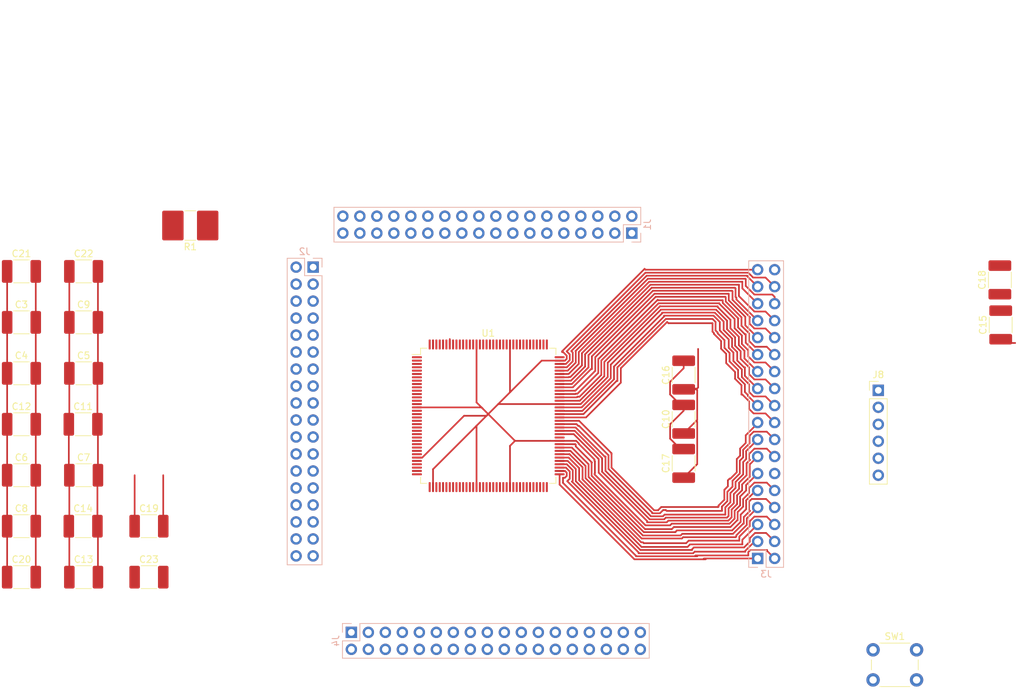
<source format=kicad_pcb>
(kicad_pcb (version 20221018) (generator pcbnew)
  (layers (0 "F.Cu" signal) (31 "B.Cu" signal) (34 "B.Paste" user) (35 "F.Paste" user) (36 "B.SilkS" user "B.Silkscreen") (37 "F.SilkS" user "F.Silkscreen") (38 "B.Mask" user) (39 "F.Mask" user) (44 "Edge.Cuts" user))
  (net 0 "")
  (net 1 "Net-(U1-BOOT0)")
  (net 2 "BOOT0")
  (net 3 "PE2")
  (net 4 "PE3")
  (net 5 "PE4")
  (net 6 "PE5")
  (net 7 "PE6")
  (net 8 "VBAT")
  (net 9 "PC13")
  (net 10 "PC14")
  (net 11 "PC15")
  (net 12 "PF0")
  (net 13 "PF1")
  (net 14 "PF2")
  (net 15 "PF3")
  (net 16 "PF4")
  (net 17 "PF5")
  (net 18 "VSS")
  (net 19 "Net-(J8-VDD_TARGET)")
  (net 20 "PF6")
  (net 21 "PF7")
  (net 22 "PF8")
  (net 23 "PF9")
  (net 24 "PF10")
  (net 25 "PH0")
  (net 26 "PH1")
  (net 27 "NRST")
  (net 28 "PC0")
  (net 29 "PC1")
  (net 30 "PC2")
  (net 31 "PC3")
  (net 32 "VREF+")
  (net 33 "VDDA")
  (net 34 "PA0")
  (net 35 "PA1")
  (net 36 "PA2")
  (net 37 "PA3")
  (net 38 "PA4")
  (net 39 "PA5")
  (net 40 "PA6")
  (net 41 "PA7")
  (net 42 "PC4")
  (net 43 "PC5")
  (net 44 "PB0")
  (net 45 "PB1")
  (net 46 "PB2")
  (net 47 "PF11")
  (net 48 "PF12")
  (net 49 "PF13")
  (net 50 "PF14")
  (net 51 "PF15")
  (net 52 "PG0")
  (net 53 "PG1")
  (net 54 "PE7")
  (net 55 "PE8")
  (net 56 "PE9")
  (net 57 "PE10")
  (net 58 "PE11")
  (net 59 "PE12")
  (net 60 "PE13")
  (net 61 "PE14")
  (net 62 "PE15")
  (net 63 "PB10")
  (net 64 "PB11")
  (net 65 "VCAP_1")
  (net 66 "PB12")
  (net 67 "PB13")
  (net 68 "PB14")
  (net 69 "PB15")
  (net 70 "PD8")
  (net 71 "PD9")
  (net 72 "PD10")
  (net 73 "PD11")
  (net 74 "PD12")
  (net 75 "PD13")
  (net 76 "PD14")
  (net 77 "PD15")
  (net 78 "PG2")
  (net 79 "PG3")
  (net 80 "PG4")
  (net 81 "PG5")
  (net 82 "PG6")
  (net 83 "PG7")
  (net 84 "PG8")
  (net 85 "VDDUSB")
  (net 86 "PC6")
  (net 87 "PC7")
  (net 88 "PC8")
  (net 89 "PC9")
  (net 90 "PA8")
  (net 91 "PA9")
  (net 92 "PA10")
  (net 93 "PA11")
  (net 94 "PA12")
  (net 95 "PA13")
  (net 96 "VCAP_2")
  (net 97 "PA14")
  (net 98 "PA15")
  (net 99 "PC10")
  (net 100 "PC11")
  (net 101 "PC12")
  (net 102 "PD0")
  (net 103 "PD1")
  (net 104 "PD2")
  (net 105 "PD3")
  (net 106 "PD4")
  (net 107 "PD5")
  (net 108 "VDDSDMMC")
  (net 109 "PD6")
  (net 110 "PD7")
  (net 111 "PG9")
  (net 112 "PG10")
  (net 113 "PG11")
  (net 114 "PG12")
  (net 115 "PG13")
  (net 116 "PG14")
  (net 117 "PG15")
  (net 118 "PB3")
  (net 119 "PB4")
  (net 120 "PB5")
  (net 121 "PB6")
  (net 122 "PB7")
  (net 123 "PB8")
  (net 124 "PB9")
  (net 125 "PE0")
  (net 126 "PE1")
  (net 127 "PDR_ON")
  (net 128 "VDD")
  (footprint "Capacitor_SMD:C_1812_4532Metric_Pad1.57x3.40mm_HandSolder" (layer "F.Cu") (at 122.7875 57.15)
    (fp_text reference "C21")
    (fp_text value "100nF")
  )
  (footprint "Capacitor_SMD:C_1812_4532Metric_Pad1.57x3.40mm_HandSolder" (layer "F.Cu") (at 221.7385 72.6475 90)
    (fp_text reference "C16")
    (fp_text value "100nF")
  )
  (footprint "Capacitor_SMD:C_1812_4532Metric_Pad1.57x3.40mm_HandSolder" (layer "F.Cu") (at 141.8375 95.25)
    (fp_text reference "C19")
    (fp_text value "100nF")
  )
  (footprint "Capacitor_SMD:C_1812_4532Metric_Pad1.57x3.40mm_HandSolder" (layer "F.Cu") (at 132.08 64.77)
    (fp_text reference "C9")
    (fp_text value "100nF")
  )
  (footprint "Capacitor_SMD:C_1812_4532Metric_Pad1.57x3.40mm_HandSolder" (layer "F.Cu") (at 122.7875 72.39)
    (fp_text reference "C4")
    (fp_text value "100nF")
  )
  (footprint "Resistor_SMD:R_2816_7142Metric_Pad3.20x4.45mm_HandSolder" (layer "F.Cu") (at 148.015 50.292 180)
    (fp_text reference "R1")
    (fp_text value "10k")
  )
  (footprint "Capacitor_SMD:C_1812_4532Metric_Pad1.57x3.40mm_HandSolder" (layer "F.Cu") (at 132.0025 80.01)
    (fp_text reference "C11")
    (fp_text value "100nF")
  )
  (footprint "Capacitor_SMD:C_1812_4532Metric_Pad1.57x3.40mm_HandSolder" (layer "F.Cu") (at 122.7875 80.01)
    (fp_text reference "C12")
    (fp_text value "100nF")
  )
  (footprint "Capacitor_SMD:C_1812_4532Metric_Pad1.57x3.40mm_HandSolder" (layer "F.Cu") (at 132.0025 95.25)
    (fp_text reference "C14")
    (fp_text value "100nF")
  )
  (footprint "Capacitor_SMD:C_1812_4532Metric_Pad1.57x3.40mm_HandSolder" (layer "F.Cu") (at 141.8375 102.87)
    (fp_text reference "C23")
    (fp_text value "0.1uF")
  )
  (footprint "Capacitor_SMD:C_1812_4532Metric_Pad1.57x3.40mm_HandSolder" (layer "F.Cu") (at 122.7875 102.87)
    (fp_text reference "C20")
    (fp_text value "100nF")
  )
  (footprint "Connector_PinHeader_2.54mm:PinHeader_1x06_P2.54mm_Vertical" (layer "F.Cu") (at 250.825 74.93)
    (fp_text reference "J8")
    (fp_text value "Programmer_Conn")
  )
  (footprint "Capacitor_SMD:C_1812_4532Metric_Pad1.57x3.40mm_HandSolder" (layer "F.Cu") (at 122.7875 87.63)
    (fp_text reference "C6")
    (fp_text value "100nF")
  )
  (footprint "Capacitor_SMD:C_1812_4532Metric_Pad1.57x3.40mm_HandSolder" (layer "F.Cu") (at 268.986 58.4255 90)
    (fp_text reference "C18")
    (fp_text value "100nF")
  )
  (footprint "Capacitor_SMD:C_1812_4532Metric_Pad1.57x3.40mm_HandSolder" (layer "F.Cu") (at 132.08 87.63)
    (fp_text reference "C7")
    (fp_text value "100nF")
  )
  (footprint "Capacitor_SMD:C_1812_4532Metric_Pad1.57x3.40mm_HandSolder" (layer "F.Cu") (at 132.08 72.39)
    (fp_text reference "C5")
    (fp_text value "100nF")
  )
  (footprint "Capacitor_SMD:C_1812_4532Metric_Pad1.57x3.40mm_HandSolder" (layer "F.Cu") (at 269.113 65.1565 90)
    (fp_text reference "C15")
    (fp_text value "100nF")
  )
  (footprint "Capacitor_SMD:C_1812_4532Metric_Pad1.57x3.40mm_HandSolder" (layer "F.Cu") (at 122.7875 95.25)
    (fp_text reference "C8")
    (fp_text value "100nF")
  )
  (footprint "Capacitor_SMD:C_1812_4532Metric_Pad1.57x3.40mm_HandSolder" (layer "F.Cu") (at 132.08 102.87)
    (fp_text reference "C13")
    (fp_text value "4.7uF")
  )
  (footprint "Capacitor_SMD:C_1812_4532Metric_Pad1.57x3.40mm_HandSolder" (layer "F.Cu") (at 122.7875 64.77)
    (fp_text reference "C3")
    (fp_text value "100nF")
  )
  (footprint "Button_Switch_THT:SW_PUSH_6mm" (layer "F.Cu") (at 250.04 113.737)
    (fp_text reference "SW1")
    (fp_text value "RESET_SW")
  )
  (footprint "Package_QFP:LQFP-144_20x20mm_P0.5mm" (layer "F.Cu") (at 192.5375 78.74)
    (fp_text reference "U1")
    (fp_text value "STM32F767ZITx")
  )
  (footprint "Capacitor_SMD:C_1812_4532Metric_Pad1.57x3.40mm_HandSolder" (layer "F.Cu") (at 221.7385 79.2515 90)
    (fp_text reference "C10")
    (fp_text value "100nF")
  )
  (footprint "Capacitor_SMD:C_1812_4532Metric_Pad1.57x3.40mm_HandSolder" (layer "F.Cu") (at 221.7385 85.8555 90)
    (fp_text reference "C17")
    (fp_text value "100nF")
  )
  (footprint "Capacitor_SMD:C_1812_4532Metric_Pad1.57x3.40mm_HandSolder" (layer "F.Cu") (at 132.08 57.15)
    (fp_text reference "C22")
    (fp_text value "100nF")
  )
  (footprint "Connector_PinHeader_2.54mm:PinHeader_2x18_P2.54mm_Vertical" (layer "B.Cu") (at 232.791 100.076)
    (fp_text reference "J3")
    (fp_text value "Conn_02x18_Odd_Even")
  )
  (footprint "Connector_PinHeader_2.54mm:PinHeader_2x18_P2.54mm_Vertical" (layer "B.Cu") (at 172.085 111.125 -90)
    (fp_text reference "J4")
    (fp_text value "Conn_02x18_Odd_Even")
  )
  (footprint "Connector_PinHeader_2.54mm:PinHeader_2x18_P2.54mm_Vertical" (layer "B.Cu") (at 166.37 56.515 180)
    (fp_text reference "J2")
    (fp_text value "Conn_02x18_Odd_Even")
  )
  (footprint "Connector_PinHeader_2.54mm:PinHeader_2x18_P2.54mm_Vertical" (layer "B.Cu") (at 213.995 51.435 90)
    (fp_text reference "J1")
    (fp_text value "Conn_02x18_Odd_Even")
  )
  (segment (start 186.7875 67.274315) (end 186.7875 68.0775) (width 0.25) (layer "F.Cu") (net 1))
  (segment (start 230.249604 70.230999) (end 230.249604 69.089396) (width 0.25) (layer "F.Cu") (net 18))
  (segment (start 226.566604 62.865) (end 218.34198 62.865) (width 0.25) (layer "F.Cu") (net 18))
  (segment (start 195.7875 68.0775) (end 195.7875 75.1375) (width 0.25) (layer "F.Cu") (net 18))
  (segment (start 228.218302 64.516698) (end 226.566604 62.865) (width 0.25) (layer "F.Cu") (net 18))
  (segment (start 230.171 92.142604) (end 230.171 90.814604) (width 0.25) (layer "F.Cu") (net 18))
  (segment (start 229.350302 92.963302) (end 230.171 92.142604) (width 0.25) (layer "F.Cu") (net 18))
  (segment (start 210.38999 72.949802) (end 206.377792 76.962) (width 0.25) (layer "F.Cu") (net 18))
  (segment (start 195.834 75.184) (end 194.028 76.99) (width 0.25) (layer "F.Cu") (net 18))
  (segment (start 203.2 82.49) (end 201.803 82.49) (width 0.25) (layer "F.Cu") (net 18))
  (segment (start 203.2 76.99) (end 194.028 76.99) (width 0.25) (layer "F.Cu") (net 18))
  (segment (start 206.375 76.962) (end 206.347 76.99) (width 0.25) (layer "F.Cu") (net 18))
  (segment (start 221.7385 87.993) (end 223.63275 86.09875) (width 0.25) (layer "F.Cu") (net 18))
  (segment (start 191.7065 77.6605) (end 192.532 78.486) (width 0.25) (layer "F.Cu") (net 18))
  (segment (start 223.63275 79.49475) (end 223.7635 79.364) (width 0.25) (layer "F.Cu") (net 18))
  (segment (start 231.520303 71.501698) (end 230.249604 70.230999) (width 0.25) (layer "F.Cu") (net 18))
  (segment (start 232.791 56.896) (end 216.027 56.896) (width 0.25) (layer "F.Cu") (net 18))
  (segment (start 215.9 56.769) (end 203.581 69.088) (width 0.25) (layer "F.Cu") (net 18))
  (segment (start 219.964 94.869) (end 228.598604 94.869) (width 0.25) (layer "F.Cu") (net 18))
  (segment (start 206.063 82.871604) (end 206.063 82.931) (width 0.25) (layer "F.Cu") (net 18))
  (segment (start 203.728185 69.215) (end 204.2625 69.749315) (width 0.25) (layer "F.Cu") (net 18))
  (segment (start 204.2625 69.749315) (end 204.2625 70.230685) (width 0.25) (layer "F.Cu") (net 18))
  (segment (start 223.7635 79.6255) (end 223.7635 85.968) (width 0.25) (layer "F.Cu") (net 18))
  (segment (start 129.865 80.01) (end 129.865 87.5525) (width 0.25) (layer "F.Cu") (net 18))
  (segment (start 208.429 87.376) (end 208.429 87.513832) (width 0.25) (layer "F.Cu") (net 18))
  (segment (start 129.9425 64.77) (end 129.9425 72.39) (width 0.25) (layer "F.Cu") (net 18))
  (segment (start 219.71 95.123) (end 219.964 94.869) (width 0.25) (layer "F.Cu") (net 18))
  (segment (start 231.069604 89.097396) (end 232.791 87.376) (width 0.25) (layer "F.Cu") (net 18))
  (segment (start 205.681396 82.49) (end 206.063 82.871604) (width 0.25) (layer "F.Cu") (net 18))
  (segment (start 184.2875 89.4025) (end 184.2875 86.7305) (width 0.25) (layer "F.Cu") (net 18))
  (segment (start 120.65 64.77) (end 120.65 72.39) (width 0.25) (layer "F.Cu") (net 18))
  (segment (start 129.9425 57.15) (end 129.9425 64.77) (width 0.25) (layer "F.Cu") (net 18))
  (segment (start 201.803 82.49) (end 196.536 82.49) (width 0.25) (layer "F.Cu") (net 18))
  (segment (start 196.536 82.49) (end 195.7875 83.2385) (width 0.25) (layer "F.Cu") (net 18))
  (segment (start 221.7385 74.785) (end 222.225 74.785) (width 0.25) (layer "F.Cu") (net 18))
  (segment (start 208.407 85.471) (end 208.476 85.54) (width 0.25) (layer "F.Cu") (net 18))
  (segment (start 204.2625 70.230685) (end 204.003185 70.49) (width 0.25) (layer "F.Cu") (net 18))
  (segment (start 223.63275 79.49475) (end 223.7635 79.6255) (width 0.25) (layer "F.Cu") (net 18))
  (segment (start 195.7875 83.2385) (end 195.7875 89.4025) (width 0.25) (layer "F.Cu") (net 18))
  (segment (start 208.429 87.513832) (end 216.038168 95.123) (width 0.25) (layer "F.Cu") (net 18))
  (segment (start 195.7875 75.1375) (end 195.834 75.184) (width 0.25) (layer "F.Cu") (net 18))
  (segment (start 120.65 80.01) (end 120.65 87.63) (width 0.25) (layer "F.Cu") (net 18))
  (segment (start 222.3305 74.6795) (end 223.7705 74.6795) (width 0.25) (layer "F.Cu") (net 18))
  (segment (start 231.069604 89.916) (end 231.069604 89.097396) (width 0.25) (layer "F.Cu") (net 18))
  (segment (start 129.9425 72.39) (end 129.9425 79.9325) (width 0.25) (layer "F.Cu") (net 18))
  (segment (start 182.678185 84.99) (end 188.928185 78.74) (width 0.25) (layer "F.Cu") (net 18))
  (segment (start 188.928185 78.74) (end 192.278 78.74) (width 0.25) (layer "F.Cu") (net 18))
  (segment (start 203.581 69.215) (end 203.728185 69.215) (width 0.25) (layer "F.Cu") (net 18))
  (segment (start 216.027 56.896) (end 215.9 56.769) (width 0.25) (layer "F.Cu") (net 18))
  (segment (start 120.65 87.63) (end 120.65 95.25) (width 0.25) (layer "F.Cu") (net 18))
  (segment (start 223.8975 74.5095) (end 223.8975 68.7425) (width 0.25) (layer "F.Cu") (net 18))
  (segment (start 206.063 82.931) (end 208.407 85.275) (width 0.25) (layer "F.Cu") (net 18))
  (segment (start 120.65 72.39) (end 120.65 80.01) (width 0.25) (layer "F.Cu") (net 18))
  (segment (start 269.6745 67.8555) (end 271.272 67.8555) (width 0.25) (layer "F.Cu") (net 18))
  (segment (start 223.7635 85.968) (end 223.63275 86.09875) (width 0.25) (layer "F.Cu") (net 18))
  (segment (start 120.65 95.25) (end 120.65 102.87) (width 0.25) (layer "F.Cu") (net 18))
  (segment (start 190.7875 76.7415) (end 191.7065 77.6605) (width 0.25) (layer "F.Cu") (net 18))
  (segment (start 223.622 74.785) (end 221.7385 74.785) (width 0.25) (layer "F.Cu") (net 18))
  (segment (start 203.2 70.49) (end 200.528 70.49) (width 0.25) (layer "F.Cu") (net 18))
  (segment (start 223.7635 74.9265) (end 223.622 74.785) (width 0.25) (layer "F.Cu") (net 18))
  (segment (start 269.113 67.294) (end 269.6745 67.8555) (width 0.25) (layer "F.Cu") (net 18))
  (segment (start 129.9425 102.87) (end 129.9425 95.3275) (width 0.25) (layer "F.Cu") (net 18))
  (segment (start 223.622 74.785) (end 223.8975 74.5095) (width 0.25) (layer "F.Cu") (net 18))
  (segment (start 203.2 82.49) (end 205.681396 82.49) (width 0.25) (layer "F.Cu") (net 18))
  (segment (start 223.7635 79.364) (end 223.7635 74.9265) (width 0.25) (layer "F.Cu") (net 18))
  (segment (start 233.966 73.311) (end 232.304299 73.311) (width 0.25) (layer "F.Cu") (net 18))
  (segment (start 129.9425 79.9325) (end 129.865 80.01) (width 0.25) (layer "F.Cu") (net 18))
  (segment (start 229.42 66.998) (end 228.218302 65.796302) (width 0.25) (layer "F.Cu") (net 18))
  (segment (start 228.218302 65.796302) (end 228.218302 64.516698) (width 0.25) (layer "F.Cu") (net 18))
  (segment (start 206.347 76.99) (end 203.2 76.99) (width 0.25) (layer "F.Cu") (net 18))
  (segment (start 208.407 85.275) (end 208.407 85.471) (width 0.25) (layer "F.Cu") (net 18))
  (segment (start 208.476 87.329) (end 208.429 87.376) (width 0.25) (layer "F.Cu") (net 18))
  (segment (start 232.304299 73.311) (end 231.520303 72.527004) (width 0.25) (layer "F.Cu") (net 18))
  (segment (start 235.331 74.676) (end 233.966 73.311) (width 0.25) (layer "F.Cu") (net 18))
  (segment (start 190.7875 89.4025) (end 190.7875 80.2305) (width 0.25) (layer "F.Cu") (net 18))
  (segment (start 221.7385 81.389) (end 223.63275 79.49475) (width 0.25) (layer "F.Cu") (net 18))
  (segment (start 203.581 69.088) (end 203.581 69.215) (width 0.25) (layer "F.Cu") (net 18))
  (segment (start 230.171 90.814604) (end 231.069604 89.916) (width 0.25) (layer "F.Cu") (net 18))
  (segment (start 190.7875 80.2305) (end 192.532 78.486) (width 0.25) (layer "F.Cu") (net 18))
  (segment (start 229.42 68.259792) (end 229.42 66.998) (width 0.25) (layer "F.Cu") (net 18))
  (segment (start 181.875 77.49) (end 191.536 77.49) (width 0.25) (layer "F.Cu") (net 18))
  (segment (start 194.028 76.99) (end 192.532 78.486) (width 0.25) (layer "F.Cu") (net 18))
  (segment (start 230.249604 69.089396) (end 229.42 68.259792) (width 0.25) (layer "F.Cu") (net 18))
  (segment (start 216.038168 95.123) (end 219.71 95.123) (width 0.25) (layer "F.Cu") (net 18))
  (segment (start 181.875 84.99) (end 182.678185 84.99) (width 0.25) (layer "F.Cu") (net 18))
  (segment (start 210.38999 70.81699) (end 210.38999 72.949802) (width 0.25) (layer "F.Cu") (net 18))
  (segment (start 229.350302 94.117302) (end 229.350302 92.963302) (width 0.25) (layer "F.Cu") (net 18))
  (segment (start 129.9425 87.63) (end 129.9425 95.1725) (width 0.25) (layer "F.Cu") (net 18))
  (segment (start 129.9425 95.1725) (end 129.865 95.25) (width 0.25) (layer "F.Cu") (net 18))
  (segment (start 208.476 85.54) (end 208.476 87.329) (width 0.25) (layer "F.Cu") (net 18))
  (segment (start 222.225 74.785) (end 222.3305 74.6795) (width 0.25) (layer "F.Cu") (net 18))
  (segment (start 192.278 78.74) (end 192.532 78.486) (width 0.25) (layer "F.Cu") (net 18))
  (segment (start 139.7 95.25) (end 139.7 87.63) (width 0.25) (layer "F.Cu") (net 18))
  (segment (start 228.598604 94.869) (end 229.350302 94.117302) (width 0.25) (layer "F.Cu") (net 18))
  (segment (start 129.865 87.5525) (end 129.9425 87.63) (width 0.25) (layer "F.Cu") (net 18))
  (segment (start 218.34198 62.865) (end 210.38999 70.81699) (width 0.25) (layer "F.Cu") (net 18))
  (segment (start 196.536 82.49) (end 192.532 78.486) (width 0.25) (layer "F.Cu") (net 18))
  (segment (start 204.003185 70.49) (end 203.2 70.49) (width 0.25) (layer "F.Cu") (net 18))
  (segment (start 200.528 70.49) (end 195.834 75.184) (width 0.25) (layer "F.Cu") (net 18))
  (segment (start 120.65 57.15) (end 120.65 64.77) (width 0.25) (layer "F.Cu") (net 18))
  (segment (start 190.7875 68.0775) (end 190.7875 76.7415) (width 0.25) (layer "F.Cu") (net 18))
  (segment (start 206.377792 76.962) (end 206.375 76.962) (width 0.25) (layer "F.Cu") (net 18))
  (segment (start 184.2875 86.7305) (end 190.7875 80.2305) (width 0.25) (layer "F.Cu") (net 18))
  (segment (start 191.536 77.49) (end 191.7065 77.6605) (width 0.25) (layer "F.Cu") (net 18))
  (segment (start 231.520303 72.527004) (end 231.520303 71.501698) (width 0.25) (layer "F.Cu") (net 18))
  (segment (start 129.9425 95.3275) (end 129.865 95.25) (width 0.25) (layer "F.Cu") (net 18))
  (segment (start 143.975 95.25) (end 143.975 87.63) (width 0.25) (layer "F.Cu") (net 19))
  (segment (start 134.2175 78.8175) (end 134.14 78.74) (width 0.25) (layer "F.Cu") (net 19))
  (segment (start 124.925 72.39) (end 124.925 80.01) (width 0.25) (layer "F.Cu") (net 19))
  (segment (start 124.925 102.87) (end 124.925 95.25) (width 0.25) (layer "F.Cu") (net 19))
  (segment (start 219.7135 80.0065) (end 221.7385 77.9815) (width 0.25) (layer "F.Cu") (net 19))
  (segment (start 221.7385 71.6315) (end 221.7385 70.51) (width 0.25) (layer "F.Cu") (net 19))
  (segment (start 134.2175 95.3275) (end 134.14 95.25) (width 0.25) (layer "F.Cu") (net 19))
  (segment (start 124.925 80.01) (end 124.925 87.63) (width 0.25) (layer "F.Cu") (net 19))
  (segment (start 219.7135 82.164673) (end 219.7135 80.0065) (width 0.25) (layer "F.Cu") (net 19))
  (segment (start 269.1045 63.0105) (end 269.113 63.019) (width 0.25) (layer "F.Cu") (net 19))
  (segment (start 221.7385 77.9815) (end 221.7385 77.114) (width 0.25) (layer "F.Cu") (net 19))
  (segment (start 134.2175 87.63) (end 134.2175 78.8175) (width 0.25) (layer "F.Cu") (net 19))
  (segment (start 134.14 95.25) (end 134.14 87.7075) (width 0.25) (layer "F.Cu") (net 19))
  (segment (start 221.266827 83.718) (end 219.7135 82.164673) (width 0.25) (layer "F.Cu") (net 19))
  (segment (start 124.925 64.77) (end 124.925 72.39) (width 0.25) (layer "F.Cu") (net 19))
  (segment (start 134.2175 57.15) (end 134.2175 64.77) (width 0.25) (layer "F.Cu") (net 19))
  (segment (start 134.2175 102.87) (end 134.2175 95.3275) (width 0.25) (layer "F.Cu") (net 19))
  (segment (start 219.7065 75.553673) (end 219.7065 73.6635) (width 0.25) (layer "F.Cu") (net 19))
  (segment (start 221.7385 83.718) (end 221.266827 83.718) (width 0.25) (layer "F.Cu") (net 19))
  (segment (start 124.925 57.15) (end 124.925 64.77) (width 0.25) (layer "F.Cu") (net 19))
  (segment (start 124.925 95.25) (end 124.925 87.63) (width 0.25) (layer "F.Cu") (net 19))
  (segment (start 134.14 72.4675) (end 134.2175 72.39) (width 0.25) (layer "F.Cu") (net 19))
  (segment (start 219.7065 73.6635) (end 221.7385 71.6315) (width 0.25) (layer "F.Cu") (net 19))
  (segment (start 221.7385 77.114) (end 221.266827 77.114) (width 0.25) (layer "F.Cu") (net 19))
  (segment (start 134.14 87.7075) (end 134.2175 87.63) (width 0.25) (layer "F.Cu") (net 19))
  (segment (start 134.14 80.01) (end 134.14 78.74) (width 0.25) (layer "F.Cu") (net 19))
  (segment (start 134.2175 72.39) (end 134.2175 64.77) (width 0.25) (layer "F.Cu") (net 19))
  (segment (start 221.266827 77.114) (end 219.7065 75.553673) (width 0.25) (layer "F.Cu") (net 19))
  (segment (start 134.14 78.74) (end 134.14 72.4675) (width 0.25) (layer "F.Cu") (net 19))
  (segment (start 224.79 100.076) (end 232.791 100.076) (width 0.25) (layer "F.Cu") (net 66))
  (segment (start 224.663 100.203) (end 214.376 100.203) (width 0.25) (layer "F.Cu") (net 66))
  (segment (start 214.376 100.203) (end 203.2 89.027) (width 0.25) (layer "F.Cu") (net 66))
  (segment (start 203.2 89.027) (end 203.2 87.49) (width 0.25) (layer "F.Cu") (net 66))
  (segment (start 224.663 100.203) (end 224.79 100.076) (width 0.25) (layer "F.Cu") (net 66))
  (segment (start 225.044 100.203) (end 224.663 100.203) (width 0.25) (layer "F.Cu") (net 66))
  (segment (start 223.393 99.753) (end 223.52 99.626) (width 0.25) (layer "F.Cu") (net 67))
  (segment (start 223.774 99.753) (end 223.393 99.753) (width 0.25) (layer "F.Cu") (net 67))
  (segment (start 203.708 88.011) (end 203.982185 88.011) (width 0.25) (layer "F.Cu") (net 67))
  (segment (start 204.003185 86.99) (end 203.2 86.99) (width 0.25) (layer "F.Cu") (net 67))
  (segment (start 223.393 99.753) (end 214.63 99.753) (width 0.25) (layer "F.Cu") (net 67))
  (segment (start 231.394 99.626) (end 231.394 99.123) (width 0.25) (layer "F.Cu") (net 67))
  (segment (start 234.188 98.933) (end 235.331 100.076) (width 0.25) (layer "F.Cu") (net 67))
  (segment (start 214.63 99.695) (end 203.708 88.773) (width 0.25) (layer "F.Cu") (net 67))
  (segment (start 214.63 99.753) (end 214.63 99.695) (width 0.25) (layer "F.Cu") (net 67))
  (segment (start 223.52 99.626) (end 231.394 99.626) (width 0.25) (layer "F.Cu") (net 67))
  (segment (start 231.711 98.806) (end 234.188 98.806) (width 0.25) (layer "F.Cu") (net 67))
  (segment (start 204.2625 87.730685) (end 204.2625 87.249315) (width 0.25) (layer "F.Cu") (net 67))
  (segment (start 203.982185 88.011) (end 204.2625 87.730685) (width 0.25) (layer "F.Cu") (net 67))
  (segment (start 234.188 98.806) (end 234.188 98.933) (width 0.25) (layer "F.Cu") (net 67))
  (segment (start 203.708 88.773) (end 203.708 88.011) (width 0.25) (layer "F.Cu") (net 67))
  (segment (start 204.2625 87.249315) (end 204.003185 86.99) (width 0.25) (layer "F.Cu") (net 67))
  (segment (start 231.394 99.123) (end 231.711 98.806) (width 0.25) (layer "F.Cu") (net 67))
  (segment (start 204.7125 87.062919) (end 204.139581 86.49) (width 0.25) (layer "F.Cu") (net 68))
  (segment (start 223.148604 99.303) (end 223.391604 99.06) (width 0.25) (layer "F.Cu") (net 68))
  (segment (start 215.011 99.187) (end 204.343 88.519) (width 0.25) (layer "F.Cu") (net 68))
  (segment (start 232.344604 97.536) (end 232.791 97.536) (width 0.25) (layer "F.Cu") (net 68))
  (segment (start 230.944 99.06) (end 230.944 98.936604) (width 0.25) (layer "F.Cu") (net 68))
  (segment (start 204.139581 86.49) (end 203.2 86.49) (width 0.25) (layer "F.Cu") (net 68))
  (segment (start 204.343 88.519) (end 204.7125 88.1495) (width 0.25) (layer "F.Cu") (net 68))
  (segment (start 204.7125 88.1495) (end 204.7125 87.062919) (width 0.25) (layer "F.Cu") (net 68))
  (segment (start 215.011 99.303) (end 215.011 99.187) (width 0.25) (layer "F.Cu") (net 68))
  (segment (start 223.391604 99.06) (end 230.944 99.06) (width 0.25) (layer "F.Cu") (net 68))
  (segment (start 230.944 98.936604) (end 232.344604 97.536) (width 0.25) (layer "F.Cu") (net 68))
  (segment (start 223.148604 99.303) (end 215.011 99.303) (width 0.25) (layer "F.Cu") (net 68))
  (segment (start 222.885 98.804604) (end 215.266396 98.804604) (width 0.25) (layer "F.Cu") (net 69))
  (segment (start 223.264604 98.425) (end 230.759 98.425) (width 0.25) (layer "F.Cu") (net 69))
  (segment (start 231.616 97.049299) (end 232.399299 96.266) (width 0.25) (layer "F.Cu") (net 69))
  (segment (start 234.061 96.266) (end 235.331 97.536) (width 0.25) (layer "F.Cu") (net 69))
  (segment (start 231.616 97.568) (end 231.616 97.049299) (width 0.25) (layer "F.Cu") (net 69))
  (segment (start 222.885 98.804604) (end 223.264604 98.425) (width 0.25) (layer "F.Cu") (net 69))
  (segment (start 232.399299 96.266) (end 234.061 96.266) (width 0.25) (layer "F.Cu") (net 69))
  (segment (start 205.1625 88.4615) (end 205.1625 86.876523) (width 0.25) (layer "F.Cu") (net 69))
  (segment (start 204.275977 85.99) (end 203.2 85.99) (width 0.25) (layer "F.Cu") (net 69))
  (segment (start 205.042198 88.581802) (end 205.1625 88.4615) (width 0.25) (layer "F.Cu") (net 69))
  (segment (start 205.1625 86.876523) (end 204.275977 85.99) (width 0.25) (layer "F.Cu") (net 69))
  (segment (start 223.010604 98.804604) (end 222.885 98.804604) (width 0.25) (layer "F.Cu") (net 69))
  (segment (start 230.759 98.425) (end 231.616 97.568) (width 0.25) (layer "F.Cu") (net 69))
  (segment (start 215.266396 98.804604) (end 215.265698 98.805302) (width 0.25) (layer "F.Cu") (net 69))
  (segment (start 215.265698 98.805302) (end 205.042198 88.581802) (width 0.25) (layer "F.Cu") (net 69))
  (segment (start 204.412373 85.49) (end 205.614396 86.692023) (width 0.25) (layer "F.Cu") (net 70))
  (segment (start 230.505 97.975) (end 230.505 97.282) (width 0.25) (layer "F.Cu") (net 70))
  (segment (start 203.2 85.49) (end 204.412373 85.49) (width 0.25) (layer "F.Cu") (net 70))
  (segment (start 205.614396 88.517604) (end 215.451396 98.354604) (width 0.25) (layer "F.Cu") (net 70))
  (segment (start 230.505 97.282) (end 232.791 94.996) (width 0.25) (layer "F.Cu") (net 70))
  (segment (start 222.690396 97.975) (end 230.505 97.975) (width 0.25) (layer "F.Cu") (net 70))
  (segment (start 222.310792 98.354604) (end 222.690396 97.975) (width 0.25) (layer "F.Cu") (net 70))
  (segment (start 205.614396 86.692023) (end 205.614396 88.517604) (width 0.25) (layer "F.Cu") (net 70))
  (segment (start 215.451396 98.354604) (end 222.310792 98.354604) (width 0.25) (layer "F.Cu") (net 70))
  (segment (start 215.646 97.663) (end 215.773 97.79) (width 0.25) (layer "F.Cu") (net 71))
  (segment (start 206.123094 86.564325) (end 206.123094 88.389906) (width 0.25) (layer "F.Cu") (net 71))
  (segment (start 232.304299 93.821) (end 234.156 93.821) (width 0.25) (layer "F.Cu") (net 71))
  (segment (start 206.123094 88.389906) (end 215.396188 97.663) (width 0.25) (layer "F.Cu") (net 71))
  (segment (start 222.110604 97.79) (end 222.491604 97.409) (width 0.25) (layer "F.Cu") (net 71))
  (segment (start 215.396188 97.663) (end 215.646 97.663) (width 0.25) (layer "F.Cu") (net 71))
  (segment (start 204.548769 84.99) (end 206.123094 86.564325) (width 0.25) (layer "F.Cu") (net 71))
  (segment (start 230.055 96.811) (end 231.616 95.25) (width 0.25) (layer "F.Cu") (net 71))
  (segment (start 234.156 93.821) (end 235.331 94.996) (width 0.25) (layer "F.Cu") (net 71))
  (segment (start 222.491604 97.409) (end 230.055 97.409) (width 0.25) (layer "F.Cu") (net 71))
  (segment (start 215.773 97.79) (end 222.110604 97.79) (width 0.25) (layer "F.Cu") (net 71))
  (segment (start 231.616 95.25) (end 231.616 94.509299) (width 0.25) (layer "F.Cu") (net 71))
  (segment (start 231.616 94.509299) (end 232.304299 93.821) (width 0.25) (layer "F.Cu") (net 71))
  (segment (start 203.2 84.99) (end 204.548769 84.99) (width 0.25) (layer "F.Cu") (net 71))
  (segment (start 230.055 97.409) (end 230.055 96.811) (width 0.25) (layer "F.Cu") (net 71))
  (segment (start 229.605 96.624604) (end 231.166 95.063604) (width 0.25) (layer "F.Cu") (net 72))
  (segment (start 215.458292 97.088708) (end 206.629 88.259416) (width 0.25) (layer "F.Cu") (net 72))
  (segment (start 204.685166 84.49) (end 203.2 84.49) (width 0.25) (layer "F.Cu") (net 72))
  (segment (start 206.629 88.259416) (end 206.629 88.138) (width 0.25) (layer "F.Cu") (net 72))
  (segment (start 231.166 94.081) (end 232.791 92.456) (width 0.25) (layer "F.Cu") (net 72))
  (segment (start 221.65502 96.901) (end 229.489 96.901) (width 0.25) (layer "F.Cu") (net 72))
  (segment (start 229.605 96.785) (end 229.605 96.624604) (width 0.25) (layer "F.Cu") (net 72))
  (segment (start 229.489 96.901) (end 229.605 96.785) (width 0.25) (layer "F.Cu") (net 72))
  (segment (start 231.166 95.063604) (end 231.166 94.081) (width 0.25) (layer "F.Cu") (net 72))
  (segment (start 221.467312 97.088708) (end 215.458292 97.088708) (width 0.25) (layer "F.Cu") (net 72))
  (segment (start 204.750583 84.555417) (end 204.660165 84.465) (width 0.25) (layer "F.Cu") (net 72))
  (segment (start 206.629 88.138) (end 206.629 86.433835) (width 0.25) (layer "F.Cu") (net 72))
  (segment (start 221.467312 97.088708) (end 221.65502 96.901) (width 0.25) (layer "F.Cu") (net 72))
  (segment (start 204.750583 84.555417) (end 204.685166 84.49) (width 0.25) (layer "F.Cu") (net 72))
  (segment (start 206.629 86.433835) (end 204.750583 84.555417) (width 0.25) (layer "F.Cu") (net 72))
  (segment (start 234.061 91.186) (end 235.331 92.456) (width 0.25) (layer "F.Cu") (net 73))
  (segment (start 231.647302 92.963302) (end 231.521 92.837) (width 0.25) (layer "F.Cu") (net 73))
  (segment (start 203.2 83.99) (end 204.821559 83.99) (width 0.25) (layer "F.Cu") (net 73))
  (segment (start 230.632 94.869) (end 230.716 94.869) (width 0.25) (layer "F.Cu") (net 73))
  (segment (start 231.902 91.186) (end 234.061 91.186) (width 0.25) (layer "F.Cu") (net 73))
  (segment (start 229.108 96.393) (end 230.632 94.869) (width 0.25) (layer "F.Cu") (net 73))
  (segment (start 221.526624 96.393) (end 229.108 96.393) (width 0.25) (layer "F.Cu") (net 73))
  (segment (start 221.280916 96.638708) (end 221.526624 96.393) (width 0.25) (layer "F.Cu") (net 73))
  (segment (start 207.079 86.247441) (end 207.079 88.07302) (width 0.25) (layer "F.Cu") (net 73))
  (segment (start 230.716 93.894604) (end 231.647302 92.963302) (width 0.25) (layer "F.Cu") (net 73))
  (segment (start 215.644688 96.638708) (end 221.280916 96.638708) (width 0.25) (layer "F.Cu") (net 73))
  (segment (start 204.821559 83.99) (end 207.079 86.247441) (width 0.25) (layer "F.Cu") (net 73))
  (segment (start 231.521 91.567) (end 231.902 91.186) (width 0.25) (layer "F.Cu") (net 73))
  (segment (start 230.716 94.869) (end 230.716 93.894604) (width 0.25) (layer "F.Cu") (net 73))
  (segment (start 207.079 88.07302) (end 215.644688 96.638708) (width 0.25) (layer "F.Cu") (net 73))
  (segment (start 231.521 92.837) (end 231.521 91.567) (width 0.25) (layer "F.Cu") (net 73))
  (segment (start 207.529 87.886624) (end 207.529 85.99) (width 0.25) (layer "F.Cu") (net 74))
  (segment (start 207.529 85.99) (end 205.029 83.49) (width 0.25) (layer "F.Cu") (net 74))
  (segment (start 230.250302 93.530698) (end 231.071 92.71) (width 0.25) (layer "F.Cu") (net 74))
  (segment (start 220.726698 95.884302) (end 228.980302 95.884302) (width 0.25) (layer "F.Cu") (net 74))
  (segment (start 215.781376 96.139) (end 207.529 87.886624) (width 0.25) (layer "F.Cu") (net 74))
  (segment (start 220.472 96.139) (end 220.726698 95.884302) (width 0.25) (layer "F.Cu") (net 74))
  (segment (start 205.029 83.49) (end 203.2 83.49) (width 0.25) (layer "F.Cu") (net 74))
  (segment (start 220.53 96.139) (end 220.472 96.139) (width 0.25) (layer "F.Cu") (net 74))
  (segment (start 220.472 96.139) (end 215.781376 96.139) (width 0.25) (layer "F.Cu") (net 74))
  (segment (start 232.535604 89.916) (end 232.791 89.916) (width 0.25) (layer "F.Cu") (net 74))
  (segment (start 231.071 92.71) (end 231.071 91.380604) (width 0.25) (layer "F.Cu") (net 74))
  (segment (start 231.071 91.380604) (end 232.535604 89.916) (width 0.25) (layer "F.Cu") (net 74))
  (segment (start 228.980302 95.884302) (end 230.250302 94.614302) (width 0.25) (layer "F.Cu") (net 74))
  (segment (start 230.250302 94.614302) (end 230.250302 93.530698) (width 0.25) (layer "F.Cu") (net 74))
  (segment (start 207.979 87.700228) (end 207.979 85.772) (width 0.25) (layer "F.Cu") (net 75))
  (segment (start 230.621 91.194208) (end 231.519604 90.295604) (width 0.25) (layer "F.Cu") (net 75))
  (segment (start 231.519604 90.295604) (end 231.519604 89.525695) (width 0.25) (layer "F.Cu") (net 75))
  (segment (start 219.964 95.689) (end 215.967772 95.689) (width 0.25) (layer "F.Cu") (net 75))
  (segment (start 229.800302 94.361) (end 229.800302 93.149698) (width 0.25) (layer "F.Cu") (net 75))
  (segment (start 232.304299 88.741) (end 234.156 88.741) (width 0.25) (layer "F.Cu") (net 75))
  (segment (start 229.743 94.361) (end 229.800302 94.361) (width 0.25) (layer "F.Cu") (net 75))
  (segment (start 205.613 83.058) (end 205.545 82.99) (width 0.25) (layer "F.Cu") (net 75))
  (segment (start 205.545 82.99) (end 203.2 82.99) (width 0.25) (layer "F.Cu") (net 75))
  (segment (start 208.026 85.725) (end 205.613 83.312) (width 0.25) (layer "F.Cu") (net 75))
  (segment (start 230.621 92.329) (end 230.621 91.194208) (width 0.25) (layer "F.Cu") (net 75))
  (segment (start 229.800302 93.149698) (end 230.621 92.329) (width 0.25) (layer "F.Cu") (net 75))
  (segment (start 205.613 83.312) (end 205.613 83.058) (width 0.25) (layer "F.Cu") (net 75))
  (segment (start 234.156 88.741) (end 235.331 89.916) (width 0.25) (layer "F.Cu") (net 75))
  (segment (start 215.967772 95.689) (end 207.979 87.700228) (width 0.25) (layer "F.Cu") (net 75))
  (segment (start 220.276 95.377) (end 228.727 95.377) (width 0.25) (layer "F.Cu") (net 75))
  (segment (start 207.979 85.772) (end 208.026 85.725) (width 0.25) (layer "F.Cu") (net 75))
  (segment (start 219.964 95.689) (end 220.276 95.377) (width 0.25) (layer "F.Cu") (net 75))
  (segment (start 228.727 95.377) (end 229.743 94.361) (width 0.25) (layer "F.Cu") (net 75))
  (segment (start 231.519604 89.525695) (end 232.304299 88.741) (width 0.25) (layer "F.Cu") (net 75))
  (segment (start 230.469104 89.880104) (end 229.721 90.628208) (width 0.25) (layer "F.Cu") (net 76))
  (segment (start 208.915 85.09) (end 208.915 85.087208) (width 0.25) (layer "F.Cu") (net 76))
  (segment (start 228.900302 92.776906) (end 228.900302 93.930906) (width 0.25) (layer "F.Cu") (net 76))
  (segment (start 208.915 85.087208) (end 205.317792 81.49) (width 0.25) (layer "F.Cu") (net 76))
  (segment (start 216.281 94.488) (end 209.042 87.249) (width 0.25) (layer "F.Cu") (net 76))
  (segment (start 216.281 94.673) (end 216.281 94.488) (width 0.25) (layer "F.Cu") (net 76))
  (segment (start 231.616 86.011) (end 231.616 87.862701) (width 0.25) (layer "F.Cu") (net 76))
  (segment (start 228.412208 94.419) (end 219.456 94.419) (width 0.25) (layer "F.Cu") (net 76))
  (segment (start 219.456 94.419) (end 219.202 94.673) (width 0.25) (layer "F.Cu") (net 76))
  (segment (start 229.721 90.628208) (end 229.721 91.956208) (width 0.25) (layer "F.Cu") (net 76))
  (segment (start 228.900302 93.930906) (end 228.412208 94.419) (width 0.25) (layer "F.Cu") (net 76))
  (segment (start 232.791 84.836) (end 231.616 86.011) (width 0.25) (layer "F.Cu") (net 76))
  (segment (start 209.042 85.217) (end 208.915 85.09) (width 0.25) (layer "F.Cu") (net 76))
  (segment (start 219.202 94.673) (end 216.281 94.673) (width 0.25) (layer "F.Cu") (net 76))
  (segment (start 230.469104 89.009597) (end 230.469104 89.880104) (width 0.25) (layer "F.Cu") (net 76))
  (segment (start 229.721 91.956208) (end 228.900302 92.776906) (width 0.25) (layer "F.Cu") (net 76))
  (segment (start 231.616 87.862701) (end 230.469104 89.009597) (width 0.25) (layer "F.Cu") (net 76))
  (segment (start 205.317792 81.49) (end 203.2 81.49) (width 0.25) (layer "F.Cu") (net 76))
  (segment (start 209.042 87.249) (end 209.042 85.217) (width 0.25) (layer "F.Cu") (net 76))
  (segment (start 230.019104 89.662) (end 229.227406 90.453698) (width 0.25) (layer "F.Cu") (net 77))
  (segment (start 228.207302 93.969) (end 219.075 93.969) (width 0.25) (layer "F.Cu") (net 77))
  (segment (start 216.662 94.223) (end 209.561 87.122) (width 0.25) (layer "F.Cu") (net 77))
  (segment (start 209.55 85.217) (end 209.55 85.085812) (width 0.25) (layer "F.Cu") (net 77))
  (segment (start 234.156 83.661) (end 232.304299 83.661) (width 0.25) (layer "F.Cu") (net 77))
  (segment (start 231.521 85.217) (end 231.647302 85.343302) (width 0.25) (layer "F.Cu") (net 77))
  (segment (start 232.304299 83.661) (end 231.521 84.444299) (width 0.25) (layer "F.Cu") (net 77))
  (segment (start 231.14 87.63) (end 230.019104 88.750896) (width 0.25) (layer "F.Cu") (net 77))
  (segment (start 219.075 93.969) (end 218.821 94.223) (width 0.25) (layer "F.Cu") (net 77))
  (segment (start 209.561 87.122) (end 209.551396 87.122) (width 0.25) (layer "F.Cu") (net 77))
  (segment (start 209.551396 87.122) (end 209.551396 85.218396) (width 0.25) (layer "F.Cu") (net 77))
  (segment (start 229.227406 91.813406) (end 228.450302 92.59051) (width 0.25) (layer "F.Cu") (net 77))
  (segment (start 228.450302 93.726) (end 228.207302 93.969) (width 0.25) (layer "F.Cu") (net 77))
  (segment (start 231.521 84.444299) (end 231.521 85.217) (width 0.25) (layer "F.Cu") (net 77))
  (segment (start 209.551396 85.218396) (end 209.55 85.217) (width 0.25) (layer "F.Cu") (net 77))
  (segment (start 218.821 94.223) (end 216.662 94.223) (width 0.25) (layer "F.Cu") (net 77))
  (segment (start 205.454188 80.99) (end 203.2 80.99) (width 0.25) (layer "F.Cu") (net 77))
  (segment (start 229.227406 90.453698) (end 229.227406 91.813406) (width 0.25) (layer "F.Cu") (net 77))
  (segment (start 231.14 85.850604) (end 231.14 87.63) (width 0.25) (layer "F.Cu") (net 77))
  (segment (start 235.331 84.836) (end 234.156 83.661) (width 0.25) (layer "F.Cu") (net 77))
  (segment (start 230.019104 88.750896) (end 230.019104 89.662) (width 0.25) (layer "F.Cu") (net 77))
  (segment (start 228.450302 92.59051) (end 228.450302 93.726) (width 0.25) (layer "F.Cu") (net 77))
  (segment (start 209.55 85.085812) (end 205.454188 80.99) (width 0.25) (layer "F.Cu") (net 77))
  (segment (start 231.647302 85.343302) (end 231.14 85.850604) (width 0.25) (layer "F.Cu") (net 77))
  (segment (start 229.489 89.535) (end 228.718708 90.305292) (width 0.25) (layer "F.Cu") (net 78))
  (segment (start 218.888604 93.519) (end 218.634604 93.773) (width 0.25) (layer "F.Cu") (net 78))
  (segment (start 230.631302 85.656698) (end 230.631302 87.502302) (width 0.25) (layer "F.Cu") (net 78))
  (segment (start 228.718708 91.685708) (end 227.965 92.439416) (width 0.25) (layer "F.Cu") (net 78))
  (segment (start 216.848396 93.773) (end 210.058 86.982604) (width 0.25) (layer "F.Cu") (net 78))
  (segment (start 210.058 84.836) (end 209.936584 84.836) (width 0.25) (layer "F.Cu") (net 78))
  (segment (start 229.489 88.644604) (end 229.489 89.535) (width 0.25) (layer "F.Cu") (net 78))
  (segment (start 205.590584 80.49) (end 203.2 80.49) (width 0.25) (layer "F.Cu") (net 78))
  (segment (start 228.718708 90.305292) (end 228.718708 91.685708) (width 0.25) (layer "F.Cu") (net 78))
  (segment (start 210.058 86.982604) (end 210.058 84.836) (width 0.25) (layer "F.Cu") (net 78))
  (segment (start 218.634604 93.773) (end 216.848396 93.773) (width 0.25) (layer "F.Cu") (net 78))
  (segment (start 227.965 92.439416) (end 227.965 93.519) (width 0.25) (layer "F.Cu") (net 78))
  (segment (start 230.631302 87.502302) (end 229.489 88.644604) (width 0.25) (layer "F.Cu") (net 78))
  (segment (start 231.071 85.217) (end 230.631302 85.656698) (width 0.25) (layer "F.Cu") (net 78))
  (segment (start 231.071 84.016) (end 231.071 85.217) (width 0.25) (layer "F.Cu") (net 78))
  (segment (start 227.965 93.519) (end 218.888604 93.519) (width 0.25) (layer "F.Cu") (net 78))
  (segment (start 232.791 82.296) (end 231.071 84.016) (width 0.25) (layer "F.Cu") (net 78))
  (segment (start 209.936584 84.836) (end 205.590584 80.49) (width 0.25) (layer "F.Cu") (net 78))
  (segment (start 230.122604 87.374604) (end 229.039 88.458208) (width 0.25) (layer "F.Cu") (net 79))
  (segment (start 218.186 93.323) (end 217.043 93.323) (width 0.25) (layer "F.Cu") (net 79))
  (segment (start 228.268708 90.109292) (end 228.268708 91.499312) (width 0.25) (layer "F.Cu") (net 79))
  (segment (start 227.457 92.964) (end 219.202 92.964) (width 0.25) (layer "F.Cu") (net 79))
  (segment (start 232.188 81.121) (end 231.583802 81.725198) (width 0.25) (layer "F.Cu") (net 79))
  (segment (start 231.583802 82.866802) (end 230.621 83.829604) (width 0.25) (layer "F.Cu") (net 79))
  (segment (start 217.043 93.218) (end 210.508 86.683) (width 0.25) (layer "F.Cu") (net 79))
  (segment (start 229.039 89.339) (end 228.268708 90.109292) (width 0.25) (layer "F.Cu") (net 79))
  (segment (start 230.122604 85.461396) (end 230.122604 87.374604) (width 0.25) (layer "F.Cu") (net 79))
  (segment (start 228.268708 91.499312) (end 227.457 92.31102) (width 0.25) (layer "F.Cu") (net 79))
  (segment (start 217.043 93.323) (end 217.043 93.218) (width 0.25) (layer "F.Cu") (net 79))
  (segment (start 231.583802 81.725198) (end 231.583802 82.866802) (width 0.25) (layer "F.Cu") (net 79))
  (segment (start 218.672 92.837) (end 218.186 93.323) (width 0.25) (layer "F.Cu") (net 79))
  (segment (start 227.457 92.31102) (end 227.457 92.964) (width 0.25) (layer "F.Cu") (net 79))
  (segment (start 206.118906 80.26051) (end 205.99749 80.26051) (width 0.25) (layer "F.Cu") (net 79))
  (segment (start 205.72698 79.99) (end 203.2 79.99) (width 0.25) (layer "F.Cu") (net 79))
  (segment (start 205.99749 80.26051) (end 205.72698 79.99) (width 0.25) (layer "F.Cu") (net 79))
  (segment (start 219.075 92.837) (end 218.672 92.837) (width 0.25) (layer "F.Cu") (net 79))
  (segment (start 235.331 82.296) (end 234.156 81.121) (width 0.25) (layer "F.Cu") (net 79))
  (segment (start 210.508 86.683) (end 210.508 84.649604) (width 0.25) (layer "F.Cu") (net 79))
  (segment (start 234.156 81.121) (end 232.188 81.121) (width 0.25) (layer "F.Cu") (net 79))
  (segment (start 229.039 88.458208) (end 229.039 89.339) (width 0.25) (layer "F.Cu") (net 79))
  (segment (start 230.621 83.829604) (end 230.621 84.963) (width 0.25) (layer "F.Cu") (net 79))
  (segment (start 210.508 84.649604) (end 206.118906 80.26051) (width 0.25) (layer "F.Cu") (net 79))
  (segment (start 219.202 92.964) (end 219.075 92.837) (width 0.25) (layer "F.Cu") (net 79))
  (segment (start 230.621 84.963) (end 230.122604 85.461396) (width 0.25) (layer "F.Cu") (net 79))
  (segment (start 210.958 84.466) (end 210.947 84.455) (width 0.25) (layer "F.Cu") (net 80))
  (segment (start 230.171 83.643208) (end 230.171 84.709) (width 0.25) (layer "F.Cu") (net 80))
  (segment (start 226.949 92.163416) (end 226.949 92.329) (width 0.25) (layer "F.Cu") (net 80))
  (segment (start 228.346 88.392) (end 228.346 89.281) (width 0.25) (layer "F.Cu") (net 80))
  (segment (start 218.382 92.387) (end 217.932 92.837) (width 0.25) (layer "F.Cu") (net 80))
  (segment (start 228.346 89.281) (end 227.818708 89.808292) (width 0.25) (layer "F.Cu") (net 80))
  (segment (start 227.818708 91.293708) (end 226.949 92.163416) (width 0.25) (layer "F.Cu") (net 80))
  (segment (start 217.932 92.873) (end 217.334396 92.873) (width 0.25) (layer "F.Cu") (net 80))
  (segment (start 232.791 79.756) (end 232.916604 79.756) (width 0.25) (layer "F.Cu") (net 80))
  (segment (start 231.011604 81.661) (end 231.011604 82.802604) (width 0.25) (layer "F.Cu") (net 80))
  (segment (start 217.334396 92.873) (end 210.958 86.496604) (width 0.25) (layer "F.Cu") (net 80))
  (segment (start 232.916604 79.756) (end 231.011604 81.661) (width 0.25) (layer "F.Cu") (net 80))
  (segment (start 226.949 92.329) (end 226.891 92.387) (width 0.25) (layer "F.Cu") (net 80))
  (segment (start 230.171 84.709) (end 229.672604 85.207396) (width 0.25) (layer "F.Cu") (net 80))
  (segment (start 228.6 88.138) (end 228.346 88.392) (width 0.25) (layer "F.Cu") (net 80))
  (segment (start 231.011604 82.802604) (end 230.171 83.643208) (width 0.25) (layer "F.Cu") (net 80))
  (segment (start 229.672604 87.188208) (end 228.722812 88.138) (width 0.25) (layer "F.Cu") (net 80))
  (segment (start 227.818708 89.808292) (end 227.818708 91.293708) (width 0.25) (layer "F.Cu") (net 80))
  (segment (start 226.891 92.387) (end 218.382 92.387) (width 0.25) (layer "F.Cu") (net 80))
  (segment (start 210.947 84.455) (end 210.947 84.328) (width 0.25) (layer "F.Cu") (net 80))
  (segment (start 229.672604 85.207396) (end 229.672604 87.188208) (width 0.25) (layer "F.Cu") (net 80))
  (segment (start 210.947 84.328) (end 206.109 79.49) (width 0.25) (layer "F.Cu") (net 80))
  (segment (start 217.932 92.837) (end 217.932 92.873) (width 0.25) (layer "F.Cu") (net 80))
  (segment (start 210.958 86.496604) (end 210.958 84.466) (width 0.25) (layer "F.Cu") (net 80))
  (segment (start 228.722812 88.138) (end 228.6 88.138) (width 0.25) (layer "F.Cu") (net 80))
  (segment (start 206.109 79.49) (end 203.2 79.49) (width 0.25) (layer "F.Cu") (net 80))
  (segment (start 227.33 67.565396) (end 226.249104 66.4845) (width 0.25) (layer "F.Cu") (net 81))
  (segment (start 229.418604 72.192604) (end 228.092 70.866) (width 0.25) (layer "F.Cu") (net 81))
  (segment (start 231.520302 76.581698) (end 230.503604 75.565) (width 0.25) (layer "F.Cu") (net 81))
  (segment (start 226.249104 66.358896) (end 226.051708 66.1615) (width 0.25) (layer "F.Cu") (net 81))
  (segment (start 212.346792 73.784208) (end 207.141 78.99) (width 0.25) (layer "F.Cu") (net 81))
  (segment (start 212.346792 71.628) (end 212.346792 73.784208) (width 0.25) (layer "F.Cu") (net 81))
  (segment (start 230.378 74.172188) (end 229.418604 73.212792) (width 0.25) (layer "F.Cu") (net 81))
  (segment (start 230.378 75.565) (end 230.378 74.172188) (width 0.25) (layer "F.Cu") (net 81))
  (segment (start 231.520302 77.723302) (end 231.520302 76.581698) (width 0.25) (layer "F.Cu") (net 81))
  (segment (start 228.092 70.866) (end 228.092 69.477376) (width 0.25) (layer "F.Cu") (net 81))
  (segment (start 228.092 69.477376) (end 227.33 68.715376) (width 0.25) (layer "F.Cu") (net 81))
  (segment (start 230.503604 75.565) (end 230.378 75.565) (width 0.25) (layer "F.Cu") (net 81))
  (segment (start 232.188 78.391) (end 231.520302 77.723302) (width 0.25) (layer "F.Cu") (net 81))
  (segment (start 227.33 68.715376) (end 227.33 67.565396) (width 0.25) (layer "F.Cu") (net 81))
  (segment (start 235.331 79.756) (end 233.966 78.391) (width 0.25) (layer "F.Cu") (net 81))
  (segment (start 229.418604 73.212792) (end 229.418604 72.192604) (width 0.25) (layer "F.Cu") (net 81))
  (segment (start 226.051708 64.897) (end 219.456 64.897) (width 0.25) (layer "F.Cu") (net 81))
  (segment (start 233.966 78.391) (end 232.188 78.391) (width 0.25) (layer "F.Cu") (net 81))
  (segment (start 219.456 64.897) (end 219.271 64.712) (width 0.25) (layer "F.Cu") (net 81))
  (segment (start 219.271 64.712) (end 212.355 71.628) (width 0.25) (layer "F.Cu") (net 81))
  (segment (start 212.355 71.628) (end 212.346792 71.628) (width 0.25) (layer "F.Cu") (net 81))
  (segment (start 207.141 78.99) (end 203.2 78.99) (width 0.25) (layer "F.Cu") (net 81))
  (segment (start 226.051708 66.1615) (end 226.051708 64.897) (width 0.25) (layer "F.Cu") (net 81))
  (segment (start 226.249104 66.4845) (end 226.249104 66.358896) (width 0.25) (layer "F.Cu") (net 81))
  (segment (start 219.076396 64.262) (end 211.836 71.502396) (width 0.25) (layer "F.Cu") (net 82))
  (segment (start 226.501708 65.975104) (end 226.501708 64.709292) (width 0.25) (layer "F.Cu") (net 82))
  (segment (start 206.75898 78.49) (end 203.2 78.49) (width 0.25) (layer "F.Cu") (net 82))
  (segment (start 228.59651 70.611302) (end 228.59651 69.34549) (width 0.25) (layer "F.Cu") (net 82))
  (segment (start 231.329802 75.629198) (end 230.886 75.185396) (width 0.25) (layer "F.Cu") (net 82))
  (segment (start 228.59651 69.34549) (end 227.838 68.58698) (width 0.25) (layer "F.Cu") (net 82))
  (segment (start 231.329802 75.754802) (end 231.329802 75.629198) (width 0.25) (layer "F.Cu") (net 82))
  (segment (start 211.71598 73.533) (end 206.75898 78.49) (width 0.25) (layer "F.Cu") (net 82))
  (segment (start 230.886 74.043792) (end 229.868604 73.026396) (width 0.25) (layer "F.Cu") (net 82))
  (segment (start 226.821302 66.294698) (end 226.501708 65.975104) (width 0.25) (layer "F.Cu") (net 82))
  (segment (start 226.821302 66.420302) (end 226.821302 66.294698) (width 0.25) (layer "F.Cu") (net 82))
  (segment (start 211.836 73.533) (end 211.71598 73.533) (width 0.25) (layer "F.Cu") (net 82))
  (segment (start 227.838 67.437) (end 226.821302 66.420302) (width 0.25) (layer "F.Cu") (net 82))
  (segment (start 229.868604 73.026396) (end 229.868604 71.883396) (width 0.25) (layer "F.Cu") (net 82))
  (segment (start 229.868604 71.883396) (end 228.59651 70.611302) (width 0.25) (layer "F.Cu") (net 82))
  (segment (start 211.836 71.502396) (end 211.836 73.533) (width 0.25) (layer "F.Cu") (net 82))
  (segment (start 232.791 77.216) (end 231.329802 75.754802) (width 0.25) (layer "F.Cu") (net 82))
  (segment (start 230.886 75.185396) (end 230.886 74.043792) (width 0.25) (layer "F.Cu") (net 82))
  (segment (start 226.501708 64.709292) (end 226.054416 64.262) (width 0.25) (layer "F.Cu") (net 82))
  (segment (start 227.838 68.58698) (end 227.838 67.437) (width 0.25) (layer "F.Cu") (net 82))
  (segment (start 226.054416 64.262) (end 219.076396 64.262) (width 0.25) (layer "F.Cu") (net 82))
  (segment (start 232.188 75.851) (end 231.520302 75.183302) (width 0.25) (layer "F.Cu") (net 83))
  (segment (start 229.168708 69.281292) (end 228.473 68.585584) (width 0.25) (layer "F.Cu") (net 83))
  (segment (start 211.328 71.374) (end 211.328 73.284584) (width 0.25) (layer "F.Cu") (net 83))
  (segment (start 228.473 67.323792) (end 227.33 66.180792) (width 0.25) (layer "F.Cu") (net 83))
  (segment (start 227.33 66.167) (end 227.137406 65.974406) (width 0.25) (layer "F.Cu") (net 83))
  (segment (start 233.966 75.851) (end 232.188 75.851) (width 0.25) (layer "F.Cu") (net 83))
  (segment (start 203.225 78.015) (end 203.2 77.99) (width 0.25) (layer "F.Cu") (net 83))
  (segment (start 211.328 73.284584) (end 206.597584 78.015) (width 0.25) (layer "F.Cu") (net 83))
  (segment (start 231.520302 74.041698) (end 230.434604 72.956) (width 0.25) (layer "F.Cu") (net 83))
  (segment (start 227.137406 65.974406) (end 227.137406 64.708594) (width 0.25) (layer "F.Cu") (net 83))
  (segment (start 218.821 63.881) (end 211.328 71.374) (width 0.25) (layer "F.Cu") (net 83))
  (segment (start 235.331 77.216) (end 233.966 75.851) (width 0.25) (layer "F.Cu") (net 83))
  (segment (start 227.33 66.180792) (end 227.33 66.167) (width 0.25) (layer "F.Cu") (net 83))
  (segment (start 230.434604 71.813) (end 229.168708 70.547104) (width 0.25) (layer "F.Cu") (net 83))
  (segment (start 230.434604 72.956) (end 230.434604 71.813) (width 0.25) (layer "F.Cu") (net 83))
  (segment (start 227.137406 64.708594) (end 226.193812 63.765) (width 0.25) (layer "F.Cu") (net 83))
  (segment (start 228.473 68.585584) (end 228.473 67.323792) (width 0.25) (layer "F.Cu") (net 83))
  (segment (start 229.168708 70.547104) (end 229.168708 69.281292) (width 0.25) (layer "F.Cu") (net 83))
  (segment (start 226.193812 63.765) (end 218.821 63.765) (width 0.25) (layer "F.Cu") (net 83))
  (segment (start 206.597584 78.015) (end 203.225 78.015) (width 0.25) (layer "F.Cu") (net 83))
  (segment (start 218.821 63.765) (end 218.821 63.881) (width 0.25) (layer "F.Cu") (net 83))
  (segment (start 231.520302 75.183302) (end 231.520302 74.041698) (width 0.25) (layer "F.Cu") (net 83))
  (segment (start 230.884604 72.769604) (end 230.884604 71.502395) (width 0.25) (layer "F.Cu") (net 84))
  (segment (start 229.743 69.219188) (end 228.97 68.446188) (width 0.25) (layer "F.Cu") (net 84))
  (segment (start 228.97 67.184396) (end 227.711 65.925396) (width 0.25) (layer "F.Cu") (net 84))
  (segment (start 232.791 74.676) (end 230.884604 72.769604) (width 0.25) (layer "F.Cu") (net 84))
  (segment (start 218.528376 63.411624) (end 210.83999 71.10001) (width 0.25) (layer "F.Cu") (net 84))
  (segment (start 229.743 70.485) (end 229.743 69.219188) (width 0.25) (layer "F.Cu") (net 84))
  (segment (start 228.97 68.446188) (end 228.97 67.184396) (width 0.25) (layer "F.Cu") (net 84))
  (segment (start 206.486188 77.49) (end 203.2 77.49) (width 0.25) (layer "F.Cu") (net 84))
  (segment (start 226.380208 63.315) (end 218.528376 63.315) (width 0.25) (layer "F.Cu") (net 84))
  (segment (start 230.884604 71.502395) (end 230.760395 71.502395) (width 0.25) (layer "F.Cu") (net 84))
  (segment (start 218.528376 63.315) (end 218.528376 63.411624) (width 0.25) (layer "F.Cu") (net 84))
  (segment (start 227.711 65.925396) (end 227.711 64.645792) (width 0.25) (layer "F.Cu") (net 84))
  (segment (start 210.83999 73.136198) (end 206.486188 77.49) (width 0.25) (layer "F.Cu") (net 84))
  (segment (start 227.711 64.645792) (end 226.380208 63.315) (width 0.25) (layer "F.Cu") (net 84))
  (segment (start 230.760395 71.502395) (end 229.743 70.485) (width 0.25) (layer "F.Cu") (net 84))
  (segment (start 210.83999 71.10001) (end 210.83999 73.136198) (width 0.25) (layer "F.Cu") (net 84))
  (segment (start 232.791 72.136) (end 230.821802 70.166802) (width 0.25) (layer "F.Cu") (net 85))
  (segment (start 228.727 64.389) (end 226.822 62.484) (width 0.25) (layer "F.Cu") (net 85))
  (segment (start 218.20398 62.37498) (end 218.199792 62.370792) (width 0.25) (layer "F.Cu") (net 85))
  (segment (start 228.727 65.668604) (end 228.727 64.389) (width 0.25) (layer "F.Cu") (net 85))
  (segment (start 229.987396 66.929) (end 228.727 65.668604) (width 0.25) (layer "F.Cu") (net 85))
  (segment (start 209.884698 70.685886) (end 209.884698 72.818698) (width 0.25) (layer "F.Cu") (net 85))
  (segment (start 209.884698 72.818698) (end 206.213396 76.49) (width 0.25) (layer "F.Cu") (net 85))
  (segment (start 226.822 62.484) (end 226.822 62.37498) (width 0.25) (layer "F.Cu") (net 85))
  (segment (start 229.987396 68.190792) (end 229.987396 66.929) (width 0.25) (layer "F.Cu") (net 85))
  (segment (start 206.213396 76.49) (end 203.2 76.49) (width 0.25) (layer "F.Cu") (net 85))
  (segment (start 218.199792 62.370792) (end 209.884698 70.685886) (width 0.25) (layer "F.Cu") (net 85))
  (segment (start 230.821802 70.166802) (end 230.821802 69.025198) (width 0.25) (layer "F.Cu") (net 85))
  (segment (start 226.822 62.37498) (end 218.20398 62.37498) (width 0.25) (layer "F.Cu") (net 85))
  (segment (start 230.821802 69.025198) (end 229.987396 68.190792) (width 0.25) (layer "F.Cu") (net 85))
  (segment (start 205.767 75.99) (end 203.2 75.99) (width 0.25) (layer "F.Cu") (net 86))
  (segment (start 205.867 75.89) (end 205.767 75.99) (width 0.25) (layer "F.Cu") (net 86))
  (segment (start 235.331 72.136) (end 233.966 70.771) (width 0.25) (layer "F.Cu") (net 86))
  (segment (start 217.987208 61.920792) (end 209.434698 70.473302) (width 0.25) (layer "F.Cu") (net 86))
  (segment (start 232.304299 70.771) (end 231.394 69.860701) (width 0.25) (layer "F.Cu") (net 86))
  (segment (start 209.434698 70.473302) (end 209.434698 72.632302) (width 0.25) (layer "F.Cu") (net 86))
  (segment (start 206.177 75.89) (end 205.867 75.89) (width 0.25) (layer "F.Cu") (net 86))
  (segment (start 229.353708 64.270292) (end 227.076 61.992584) (width 0.25) (layer "F.Cu") (net 86))
  (segment (start 230.437396 68.004396) (end 230.437396 66.735792) (width 0.25) (layer "F.Cu") (net 86))
  (segment (start 231.394 68.961) (end 230.437396 68.004396) (width 0.25) (layer "F.Cu") (net 86))
  (segment (start 230.437396 66.735792) (end 229.353708 65.652104) (width 0.25) (layer "F.Cu") (net 86))
  (segment (start 231.394 69.860701) (end 231.394 68.961) (width 0.25) (layer "F.Cu") (net 86))
  (segment (start 233.966 70.771) (end 232.304299 70.771) (width 0.25) (layer "F.Cu") (net 86))
  (segment (start 227.076 61.920792) (end 217.987208 61.920792) (width 0.25) (layer "F.Cu") (net 86))
  (segment (start 229.353708 65.652104) (end 229.353708 64.270292) (width 0.25) (layer "F.Cu") (net 86))
  (segment (start 227.076 61.992584) (end 227.076 61.920792) (width 0.25) (layer "F.Cu") (net 86))
  (segment (start 209.434698 72.632302) (end 206.177 75.89) (width 0.25) (layer "F.Cu") (net 86))
  (segment (start 208.984698 70.231) (end 208.984698 72.320302) (width 0.25) (layer "F.Cu") (net 87))
  (segment (start 205.563 75.49) (end 203.2 75.49) (width 0.25) (layer "F.Cu") (net 87))
  (segment (start 227.573 61.470792) (end 217.934792 61.470792) (width 0.25) (layer "F.Cu") (net 87))
  (segment (start 208.984698 72.320302) (end 205.865 75.44) (width 0.25) (layer "F.Cu") (net 87))
  (segment (start 209.025 70.231) (end 208.984698 70.231) (width 0.25) (layer "F.Cu") (net 87))
  (segment (start 231.011604 67.816604) (end 231.011604 66.549396) (width 0.25) (layer "F.Cu") (net 87))
  (segment (start 229.87 65.532) (end 229.87 64.262) (width 0.25) (layer "F.Cu") (net 87))
  (segment (start 229.87 64.262) (end 229.925906 64.206094) (width 0.25) (layer "F.Cu") (net 87))
  (segment (start 217.934792 61.470792) (end 217.86 61.396) (width 0.25) (layer "F.Cu") (net 87))
  (segment (start 217.86 61.396) (end 209.025 70.231) (width 0.25) (layer "F.Cu") (net 87))
  (segment (start 229.925906 64.206094) (end 227.573 61.853188) (width 0.25) (layer "F.Cu") (net 87))
  (segment (start 232.791 69.596) (end 231.011604 67.816604) (width 0.25) (layer "F.Cu") (net 87))
  (segment (start 205.865 75.44) (end 205.613 75.44) (width 0.25) (layer "F.Cu") (net 87))
  (segment (start 231.011604 66.549396) (end 230.887396 66.549396) (width 0.25) (layer "F.Cu") (net 87))
  (segment (start 205.613 75.44) (end 205.563 75.49) (width 0.25) (layer "F.Cu") (net 87))
  (segment (start 227.573 61.853188) (end 227.573 61.470792) (width 0.25) (layer "F.Cu") (net 87))
  (segment (start 230.887396 66.549396) (end 229.87 65.532) (width 0.25) (layer "F.Cu") (net 87))
  (segment (start 208.534698 72.008302) (end 205.553 74.99) (width 0.25) (layer "F.Cu") (net 88))
  (segment (start 235.331 69.596) (end 234.156 68.421) (width 0.25) (layer "F.Cu") (net 88))
  (segment (start 232.378 68.421) (end 231.520302 67.563302) (width 0.25) (layer "F.Cu") (net 88))
  (segment (start 228.023 61.657188) (end 228.023 61.018) (width 0.25) (layer "F.Cu") (net 88))
  (segment (start 205.553 74.99) (end 203.2 74.99) (width 0.25) (layer "F.Cu") (net 88))
  (segment (start 231.520302 66.421698) (end 230.375906 65.277302) (width 0.25) (layer "F.Cu") (net 88))
  (segment (start 227.951 60.946) (end 217.566396 60.946) (width 0.25) (layer "F.Cu") (net 88))
  (segment (start 234.156 68.421) (end 232.378 68.421) (width 0.25) (layer "F.Cu") (net 88))
  (segment (start 228.023 61.018) (end 227.951 60.946) (width 0.25) (layer "F.Cu") (net 88))
  (segment (start 231.520302 67.563302) (end 231.520302 66.421698) (width 0.25) (layer "F.Cu") (net 88))
  (segment (start 208.534698 69.977698) (end 208.534698 72.008302) (width 0.25) (layer "F.Cu") (net 88))
  (segment (start 230.375906 64.010094) (end 228.023 61.657188) (width 0.25) (layer "F.Cu") (net 88))
  (segment (start 230.375906 65.277302) (end 230.375906 64.010094) (width 0.25) (layer "F.Cu") (net 88))
  (segment (start 217.566396 60.946) (end 208.534698 69.977698) (width 0.25) (layer "F.Cu") (net 88))
  (segment (start 228.473 60.496) (end 217.38 60.496) (width 0.25) (layer "F.Cu") (net 89))
  (segment (start 228.473 61.470792) (end 228.473 60.496) (width 0.25) (layer "F.Cu") (net 89))
  (segment (start 205.168188 74.49) (end 203.2 74.49) (width 0.25) (layer "F.Cu") (net 89))
  (segment (start 217.38 60.496) (end 208.026 69.85) (width 0.25) (layer "F.Cu") (net 89))
  (segment (start 230.948104 63.945896) (end 228.473 61.470792) (width 0.25) (layer "F.Cu") (net 89))
  (segment (start 208.026 69.85) (end 208.026 71.755) (width 0.25) (layer "F.Cu") (net 89))
  (segment (start 207.903188 71.755) (end 205.168188 74.49) (width 0.25) (layer "F.Cu") (net 89))
  (segment (start 230.948104 65.213104) (end 230.948104 63.945896) (width 0.25) (layer "F.Cu") (net 89))
  (segment (start 208.026 71.755) (end 207.903188 71.755) (width 0.25) (layer "F.Cu") (net 89))
  (segment (start 232.791 67.056) (end 230.948104 65.213104) (width 0.25) (layer "F.Cu") (net 89))
  (segment (start 231.583802 64.970503) (end 231.583802 64.072198) (width 0.25) (layer "F.Cu") (net 90))
  (segment (start 232.304299 65.691) (end 231.583802 64.970503) (width 0.25) (layer "F.Cu") (net 90))
  (segment (start 228.956 60.046) (end 217.145376 60.046) (width 0.25) (layer "F.Cu") (net 90))
  (segment (start 231.647302 64.008698) (end 229.039 61.400396) (width 0.25) (layer "F.Cu") (net 90))
  (segment (start 233.966 65.691) (end 232.304299 65.691) (width 0.25) (layer "F.Cu") (net 90))
  (segment (start 229.039 61.400396) (end 229.039 60.129) (width 0.25) (layer "F.Cu") (net 90))
  (segment (start 231.583802 64.072198) (end 231.647302 64.008698) (width 0.25) (layer "F.Cu") (net 90))
  (segment (start 207.518 69.673376) (end 207.518 71.503792) (width 0.25) (layer "F.Cu") (net 90))
  (segment (start 235.331 67.056) (end 233.966 65.691) (width 0.25) (layer "F.Cu") (net 90))
  (segment (start 217.145376 60.046) (end 207.518 69.673376) (width 0.25) (layer "F.Cu") (net 90))
  (segment (start 205.031792 73.99) (end 203.2 73.99) (width 0.25) (layer "F.Cu") (net 90))
  (segment (start 207.518 71.503792) (end 205.031792 73.99) (width 0.25) (layer "F.Cu") (net 90))
  (segment (start 229.039 60.129) (end 228.956 60.046) (width 0.25) (layer "F.Cu") (net 90))
  (segment (start 229.489 60.96) (end 229.489 59.69) (width 0.25) (layer "F.Cu") (net 91))
  (segment (start 207.01 69.54498) (end 207.01 71.375396) (width 0.25) (layer "F.Cu") (net 91))
  (segment (start 229.489 59.69) (end 229.395 59.596) (width 0.25) (layer "F.Cu") (net 91))
  (segment (start 229.616 61.087) (end 229.489 60.96) (width 0.25) (layer "F.Cu") (net 91))
  (segment (start 229.616 61.341) (end 229.616 61.087) (width 0.25) (layer "F.Cu") (net 91))
  (segment (start 216.95898 59.596) (end 207.01 69.54498) (width 0.25) (layer "F.Cu") (net 91))
  (segment (start 204.895396 73.49) (end 203.2 73.49) (width 0.25) (layer "F.Cu") (net 91))
  (segment (start 229.395 59.596) (end 216.95898 59.596) (width 0.25) (layer "F.Cu") (net 91))
  (segment (start 232.791 64.516) (end 229.616 61.341) (width 0.25) (layer "F.Cu") (net 91))
  (segment (start 207.01 71.375396) (end 204.895396 73.49) (width 0.25) (layer "F.Cu") (net 91))
  (segment (start 204.597 72.94) (end 204.547 72.99) (width 0.25) (layer "F.Cu") (net 92))
  (segment (start 229.997 60.843701) (end 229.997 59.146) (width 0.25) (layer "F.Cu") (net 92))
  (segment (start 233.966 63.151) (end 232.304299 63.151) (width 0.25) (layer "F.Cu") (net 92))
  (segment (start 206.539292 69.379292) (end 206.539292 71.209708) (width 0.25) (layer "F.Cu") (net 92))
  (segment (start 216.772584 59.146) (end 206.539292 69.379292) (width 0.25) (layer "F.Cu") (net 92))
  (segment (start 206.539292 71.209708) (end 204.809 72.94) (width 0.25) (layer "F.Cu") (net 92))
  (segment (start 232.304299 63.151) (end 229.997 60.843701) (width 0.25) (layer "F.Cu") (net 92))
  (segment (start 204.547 72.99) (end 203.2 72.99) (width 0.25) (layer "F.Cu") (net 92))
  (segment (start 235.331 64.516) (end 233.966 63.151) (width 0.25) (layer "F.Cu") (net 92))
  (segment (start 229.997 59.146) (end 216.772584 59.146) (width 0.25) (layer "F.Cu") (net 92))
  (segment (start 204.809 72.94) (end 204.597 72.94) (width 0.25) (layer "F.Cu") (net 92))
  (segment (start 230.505 58.696) (end 216.586188 58.696) (width 0.25) (layer "F.Cu") (net 93))
  (segment (start 230.505 59.69) (end 230.505 58.696) (width 0.25) (layer "F.Cu") (net 93))
  (segment (start 206.063 69.219188) (end 206.063 70.975769) (width 0.25) (layer "F.Cu") (net 93))
  (segment (start 232.791 61.976) (end 230.505 59.69) (width 0.25) (layer "F.Cu") (net 93))
  (segment (start 204.548769 72.49) (end 203.2 72.49) (width 0.25) (layer "F.Cu") (net 93))
  (segment (start 206.063 70.975769) (end 204.548769 72.49) (width 0.25) (layer "F.Cu") (net 93))
  (segment (start 216.586188 58.696) (end 206.063 69.219188) (width 0.25) (layer "F.Cu") (net 93))
  (segment (start 205.613 69.088) (end 205.613 70.789373) (width 0.25) (layer "F.Cu") (net 94))
  (segment (start 231.012302 58.293698) (end 230.964604 58.246) (width 0.25) (layer "F.Cu") (net 94))
  (segment (start 205.585396 69.060396) (end 205.613 69.088) (width 0.25) (layer "F.Cu") (net 94))
  (segment (start 204.412373 71.99) (end 203.2 71.99) (width 0.25) (layer "F.Cu") (net 94))
  (segment (start 234.982 60.611) (end 232.304299 60.611) (width 0.25) (layer "F.Cu") (net 94))
  (segment (start 216.399792 58.246) (end 205.585396 69.060396) (width 0.25) (layer "F.Cu") (net 94))
  (segment (start 235.331 61.976) (end 235.331 60.96) (width 0.25) (layer "F.Cu") (net 94))
  (segment (start 205.613 70.789373) (end 204.412373 71.99) (width 0.25) (layer "F.Cu") (net 94))
  (segment (start 230.964604 58.246) (end 216.399792 58.246) (width 0.25) (layer "F.Cu") (net 94))
  (segment (start 232.304299 60.611) (end 231.012302 59.319003) (width 0.25) (layer "F.Cu") (net 94))
  (segment (start 231.012302 59.319003) (end 231.012302 58.293698) (width 0.25) (layer "F.Cu") (net 94))
  (segment (start 235.331 60.96) (end 234.982 60.611) (width 0.25) (layer "F.Cu") (net 94))
  (segment (start 231.267 57.855396) (end 231.207604 57.796) (width 0.25) (layer "F.Cu") (net 95))
  (segment (start 204.275977 71.49) (end 203.2 71.49) (width 0.25) (layer "F.Cu") (net 95))
  (segment (start 205.1625 69.2725) (end 205.1625 70.603477) (width 0.25) (layer "F.Cu") (net 95))
  (segment (start 231.267 57.912) (end 231.267 57.855396) (width 0.25) (layer "F.Cu") (net 95))
  (segment (start 231.207604 57.796) (end 216.213396 57.796) (width 0.25) (layer "F.Cu") (net 95))
  (segment (start 232.791 59.436) (end 231.267 57.912) (width 0.25) (layer "F.Cu") (net 95))
  (segment (start 216.213396 57.796) (end 204.949698 69.059698) (width 0.25) (layer "F.Cu") (net 95))
  (segment (start 205.1625 70.603477) (end 204.275977 71.49) (width 0.25) (layer "F.Cu") (net 95))
  (segment (start 204.949698 69.059698) (end 205.1625 69.2725) (width 0.25) (layer "F.Cu") (net 95))
  (segment (start 216.027 57.346) (end 204.26129 69.11171) (width 0.25) (layer "F.Cu") (net 96))
  (segment (start 204.26129 69.11171) (end 204.7125 69.562919) (width 0.25) (layer "F.Cu") (net 96))
  (segment (start 231.394 57.346) (end 216.027 57.346) (width 0.25) (layer "F.Cu") (net 96))
  (segment (start 204.7125 70.417081) (end 204.139581 70.99) (width 0.25) (layer "F.Cu") (net 96))
  (segment (start 233.966 58.071) (end 232.119 58.071) (width 0.25) (layer "F.Cu") (net 96))
  (segment (start 232.119 58.071) (end 231.394 57.346) (width 0.25) (layer "F.Cu") (net 96))
  (segment (start 204.7125 69.562919) (end 204.7125 70.417081) (width 0.25) (layer "F.Cu") (net 96))
  (segment (start 235.331 59.436) (end 233.966 58.071) (width 0.25) (layer "F.Cu") (net 96))
  (segment (start 204.139581 70.99) (end 203.2 70.99) (width 0.25) (layer "F.Cu") (net 96))
)
</source>
